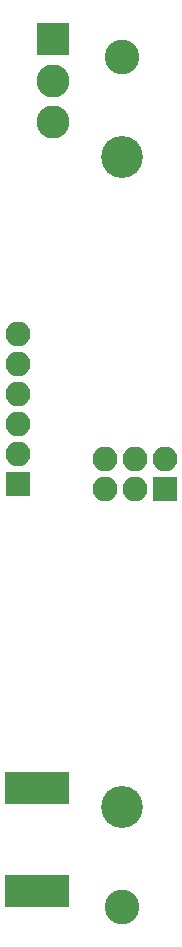
<source format=gbr>
G04 #@! TF.GenerationSoftware,KiCad,Pcbnew,(5.0.0)*
G04 #@! TF.CreationDate,2018-08-10T19:45:38+02:00*
G04 #@! TF.ProjectId,main,6D61696E2E6B696361645F7063620000,rev?*
G04 #@! TF.SameCoordinates,PX7b89fa0PY82ce540*
G04 #@! TF.FileFunction,Soldermask,Bot*
G04 #@! TF.FilePolarity,Negative*
%FSLAX46Y46*%
G04 Gerber Fmt 4.6, Leading zero omitted, Abs format (unit mm)*
G04 Created by KiCad (PCBNEW (5.0.0)) date 08/10/18 19:45:38*
%MOMM*%
%LPD*%
G01*
G04 APERTURE LIST*
%ADD10R,5.480000X2.820000*%
%ADD11R,2.100000X2.100000*%
%ADD12O,2.100000X2.100000*%
%ADD13C,2.940000*%
%ADD14C,3.550000*%
%ADD15R,2.800000X2.800000*%
%ADD16C,2.800000*%
G04 APERTURE END LIST*
D10*
G04 #@! TO.C,J2*
X4249000Y14286000D03*
X4249000Y5526000D03*
G04 #@! TD*
D11*
G04 #@! TO.C,J3*
X2667000Y40005000D03*
D12*
X2667000Y42545000D03*
X2667000Y45085000D03*
X2667000Y47625000D03*
X2667000Y50165000D03*
X2667000Y52705000D03*
G04 #@! TD*
D11*
G04 #@! TO.C,J4*
X15113000Y39624000D03*
D12*
X15113000Y42164000D03*
X12573000Y39624000D03*
X12573000Y42164000D03*
X10033000Y39624000D03*
X10033000Y42164000D03*
G04 #@! TD*
D13*
G04 #@! TO.C,B1*
X11430000Y76200000D03*
X11430000Y4200000D03*
D14*
X11430000Y67700000D03*
X11430000Y12700000D03*
G04 #@! TD*
D15*
G04 #@! TO.C,J1*
X5588000Y77668000D03*
D16*
X5588000Y74168000D03*
X5588000Y70668000D03*
G04 #@! TD*
M02*

</source>
